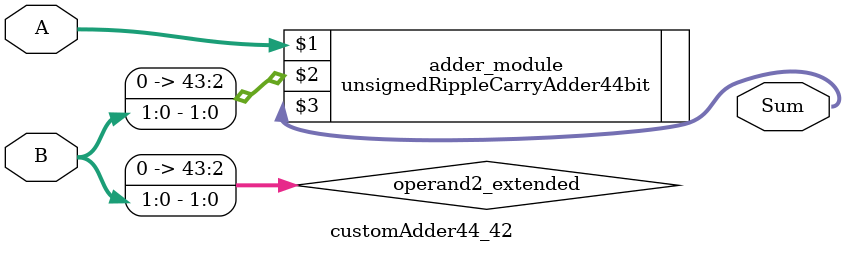
<source format=v>
module customAdder44_42(
                        input [43 : 0] A,
                        input [1 : 0] B,
                        
                        output [44 : 0] Sum
                );

        wire [43 : 0] operand2_extended;
        
        assign operand2_extended =  {42'b0, B};
        
        unsignedRippleCarryAdder44bit adder_module(
            A,
            operand2_extended,
            Sum
        );
        
        endmodule
        
</source>
